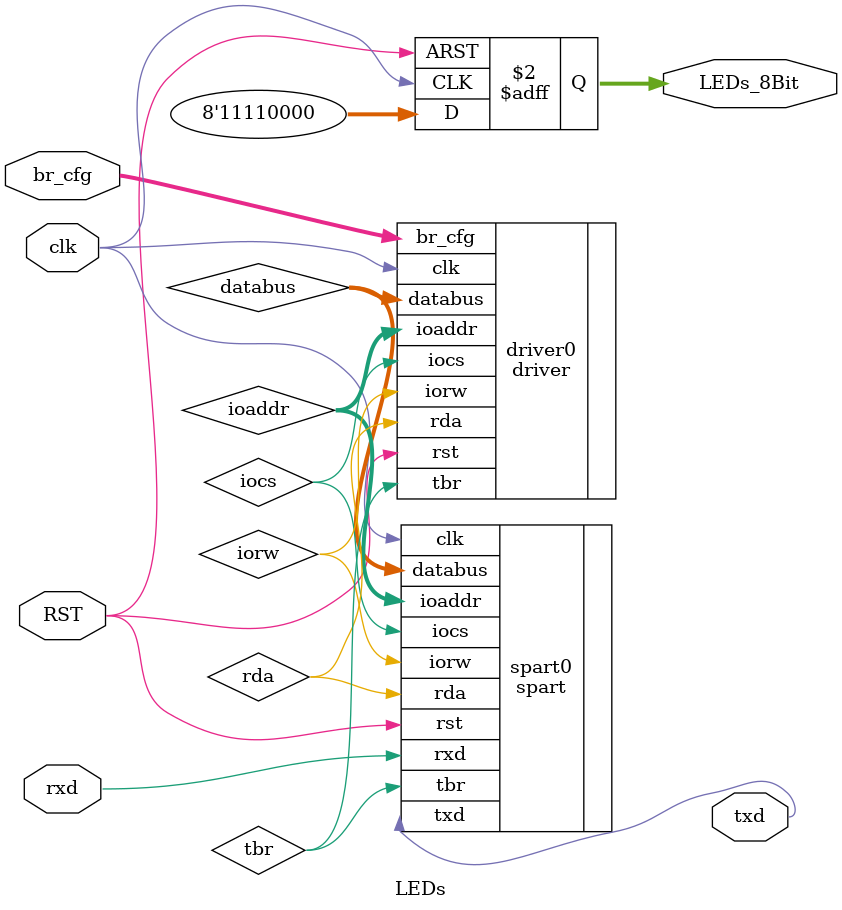
<source format=v>
`timescale 1ns / 1ps
module LEDs(clk, RST, LEDs_8Bit, txd, rxd, br_cfg);
output txd;        // RS232 Transmit Data
input rxd;         // RS232 Recieve Data
input RST;
input clk;
output reg [7:0]LEDs_8Bit;
input [1:0] br_cfg;

wire iocs;
wire iorw;
wire rda;
wire tbr;
wire [1:0] ioaddr;
wire [7:0] databus;



	spart spart0( .clk(clk),
                 .rst(RST),
					  .iocs(iocs),
					  .iorw(iorw),
					  .rda(rda),
					  .tbr(tbr),
					  .ioaddr(ioaddr),
					  .databus(databus),
					  .txd(txd),
					  .rxd(rxd)
					);

	driver driver0( .clk(clk),
	                .rst(RST),
						 .br_cfg(br_cfg),
						 .iocs(iocs),
						 .iorw(iorw),
						 .rda(rda),
						 .tbr(tbr),
						 .ioaddr(ioaddr),
						 .databus(databus)
					 );

//Debug area
always@(posedge clk, posedge RST) begin
	if(RST) begin
		LEDs_8Bit <= 8'b11111111;
	end
	else begin
		LEDs_8Bit <= 8'b11110000;
	end
end




endmodule

</source>
